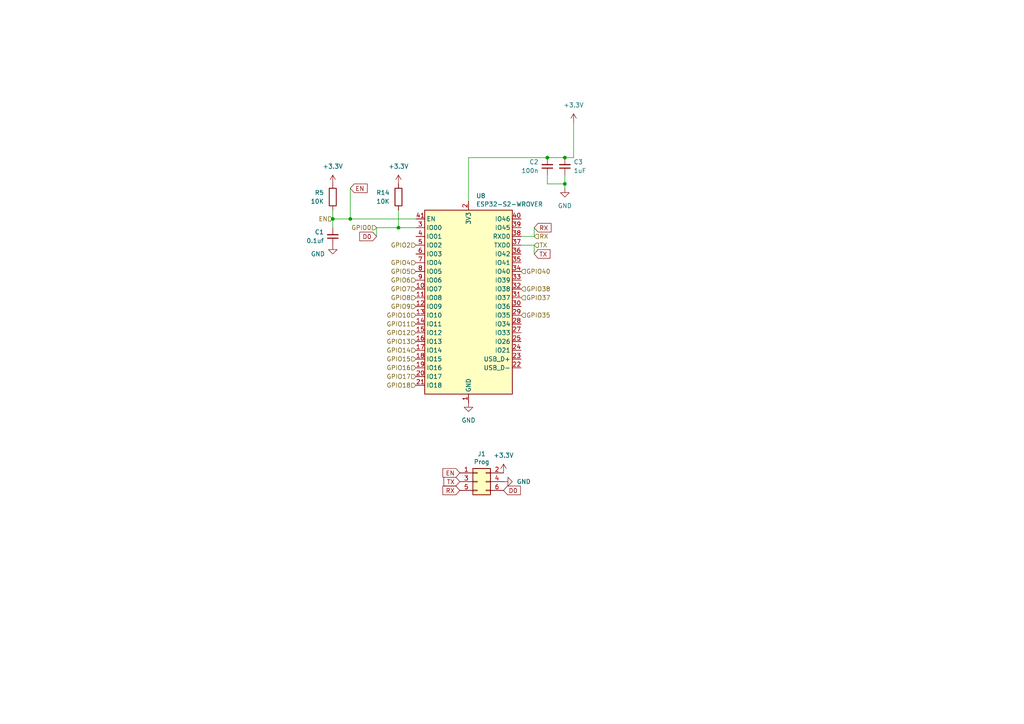
<source format=kicad_sch>
(kicad_sch (version 20231120) (generator "eeschema") (generator_version "8.0")
  (paper "A4")
  (lib_symbols
    (symbol "+3.3V_3" (power) (pin_names (offset 0))
      (property "Value" "+3.3V_3" (at 0 3.556 0))
      (symbol "+3.3V_3_0_1"
        (polyline (pts (xy -0.762 1.27) (xy 0 2.54)))
        (polyline (pts (xy 0 0) (xy 0 2.54)))
        (polyline (pts (xy 0 2.54) (xy 0.762 1.27)))
      )
      (symbol "+3.3V_3_1_1"
        (pin power_in line (at 0 0 90) (length 0) hide (name "+3.3V") (number "1"))
      )
    )
    (symbol "Connector_Generic:Conn_02x03_Odd_Even" (pin_names (offset 1.016) hide)
      (property "Reference" "J" (at 1.27 5.08 0))
      (property "Value" "Conn_02x03_Odd_Even" (at 1.27 -5.08 0))
      (symbol "Conn_02x03_Odd_Even_1_1"
        (rectangle (start -1.27 -2.413) (end 0 -2.667) (stroke (width 0.1524)))
        (rectangle (start -1.27 0.127) (end 0 -0.127) (stroke (width 0.1524)))
        (rectangle (start -1.27 2.667) (end 0 2.413) (stroke (width 0.1524)))
        (rectangle (start -1.27 3.81) (end 3.81 -3.81) (stroke (width 0.254)) (fill (type background)))
        (rectangle (start 3.81 -2.413) (end 2.54 -2.667) (stroke (width 0.1524)))
        (rectangle (start 3.81 0.127) (end 2.54 -0.127) (stroke (width 0.1524)))
        (rectangle (start 3.81 2.667) (end 2.54 2.413) (stroke (width 0.1524)))
        (pin passive line (at -5.08 2.54 0) (length 3.81) (name "Pin_1") (number "1"))
        (pin passive line (at 7.62 2.54 180) (length 3.81) (name "Pin_2") (number "2"))
        (pin passive line (at -5.08 0 0) (length 3.81) (name "Pin_3") (number "3"))
        (pin passive line (at 7.62 0 180) (length 3.81) (name "Pin_4") (number "4"))
        (pin passive line (at -5.08 -2.54 0) (length 3.81) (name "Pin_5") (number "5"))
        (pin passive line (at 7.62 -2.54 180) (length 3.81) (name "Pin_6") (number "6"))
      )
    )
    (symbol "Device:C_Small" (pin_numbers hide) (pin_names (offset 0.254) hide)
      (property "Reference" "C" (at 0.254 1.778 0))
      (property "Value" "C_Small" (at 0.254 -2.032 0))
      (symbol "C_Small_0_1"
        (polyline (pts (xy -1.524 -0.508) (xy 1.524 -0.508)) (stroke (width 0.3302)))
        (polyline (pts (xy -1.524 0.508) (xy 1.524 0.508)) (stroke (width 0.3048)))
      )
      (symbol "C_Small_1_1"
        (pin passive line (at 0 2.54 270) (length 2.032) (name "~") (number "1"))
        (pin passive line (at 0 -2.54 90) (length 2.032) (name "~") (number "2"))
      )
    )
    (symbol "Device:R" (pin_numbers hide) (pin_names (offset 0))
      (property "Reference" "R" (at 2.032 0 90))
      (property "Value" "R" (at 0 0 90))
      (symbol "R_0_1"
        (rectangle (start -1.016 -2.54) (end 1.016 2.54) (stroke (width 0.254)))
      )
      (symbol "R_1_1"
        (pin passive line (at 0 3.81 270) (length 1.27) (name "~") (number "1"))
        (pin passive line (at 0 -3.81 90) (length 1.27) (name "~") (number "2"))
      )
    )
    (symbol "GND_22" (power) (pin_names (offset 0))
      (property "Value" "GND_22" (at 0 -3.81 0))
      (symbol "GND_22_0_1"
        (polyline (pts (xy 0 0) (xy 0 -1.27) (xy 1.27 -1.27) (xy 0 -2.54) (xy -1.27 -1.27) (xy 0 -1.27)))
      )
      (symbol "GND_22_1_1"
        (pin power_in line (at 0 0 270) (length 0) hide (name "GND") (number "1"))
      )
    )
    (symbol "RF_Module:ESP32-S2-WROVER"
      (property "Reference" "U" (at -12.7 29.21 0))
      (property "Value" "ESP32-S2-WROVER" (at 2.54 29.21 0))
      (symbol "ESP32-S2-WROVER_0_1"
        (rectangle (start -12.7 27.94) (end 12.7 -25.4) (stroke (width 0.254)) (fill (type background)))
      )
      (symbol "ESP32-S2-WROVER_1_1"
        (pin power_in line (at 0 -27.94 90) (length 2.54) (name "GND") (number "1"))
        (pin bidirectional line (at -15.24 5.08 0) (length 2.54) (name "IO07") (number "10"))
        (pin bidirectional line (at -15.24 2.54 0) (length 2.54) (name "IO08") (number "11"))
        (pin bidirectional line (at -15.24 0 0) (length 2.54) (name "IO09") (number "12"))
        (pin bidirectional line (at -15.24 -2.54 0) (length 2.54) (name "IO10") (number "13"))
        (pin bidirectional line (at -15.24 -5.08 0) (length 2.54) (name "IO11") (number "14"))
        (pin bidirectional line (at -15.24 -7.62 0) (length 2.54) (name "IO12") (number "15"))
        (pin bidirectional line (at -15.24 -10.16 0) (length 2.54) (name "IO13") (number "16"))
        (pin bidirectional line (at -15.24 -12.7 0) (length 2.54) (name "IO14") (number "17"))
        (pin bidirectional line (at -15.24 -15.24 0) (length 2.54) (name "IO15") (number "18"))
        (pin bidirectional line (at -15.24 -17.78 0) (length 2.54) (name "IO16") (number "19"))
        (pin power_in line (at 0 30.48 270) (length 2.54) (name "3V3") (number "2"))
        (pin bidirectional line (at -15.24 -20.32 0) (length 2.54) (name "IO17") (number "20"))
        (pin bidirectional line (at -15.24 -22.86 0) (length 2.54) (name "IO18") (number "21"))
        (pin bidirectional line (at 15.24 -17.78 180) (length 2.54) (name "USB_D-") (number "22"))
        (pin bidirectional line (at 15.24 -15.24 180) (length 2.54) (name "USB_D+") (number "23"))
        (pin bidirectional line (at 15.24 -12.7 180) (length 2.54) (name "IO21") (number "24"))
        (pin bidirectional line (at 15.24 -10.16 180) (length 2.54) (name "IO26") (number "25"))
        (pin passive line (at 0 -27.94 90) (length 2.54) hide (name "GND") (number "26"))
        (pin bidirectional line (at 15.24 -7.62 180) (length 2.54) (name "IO33") (number "27"))
        (pin bidirectional line (at 15.24 -5.08 180) (length 2.54) (name "IO34") (number "28"))
        (pin bidirectional line (at 15.24 -2.54 180) (length 2.54) (name "IO35") (number "29"))
        (pin bidirectional line (at -15.24 22.86 0) (length 2.54) (name "IO00") (number "3"))
        (pin bidirectional line (at 15.24 0 180) (length 2.54) (name "IO36") (number "30"))
        (pin bidirectional line (at 15.24 2.54 180) (length 2.54) (name "IO37") (number "31"))
        (pin bidirectional line (at 15.24 5.08 180) (length 2.54) (name "IO38") (number "32"))
        (pin bidirectional line (at 15.24 7.62 180) (length 2.54) (name "IO39") (number "33"))
        (pin bidirectional line (at 15.24 10.16 180) (length 2.54) (name "IO40") (number "34"))
        (pin bidirectional line (at 15.24 12.7 180) (length 2.54) (name "IO41") (number "35"))
        (pin bidirectional line (at 15.24 15.24 180) (length 2.54) (name "IO42") (number "36"))
        (pin bidirectional line (at 15.24 17.78 180) (length 2.54) (name "TXD0") (number "37"))
        (pin bidirectional line (at 15.24 20.32 180) (length 2.54) (name "RXD0") (number "38"))
        (pin bidirectional line (at 15.24 22.86 180) (length 2.54) (name "IO45") (number "39"))
        (pin bidirectional line (at -15.24 20.32 0) (length 2.54) (name "IO01") (number "4"))
        (pin input line (at 15.24 25.4 180) (length 2.54) (name "IO46") (number "40"))
        (pin input line (at -15.24 25.4 0) (length 2.54) (name "EN") (number "41"))
        (pin passive line (at 0 -27.94 90) (length 2.54) hide (name "GND") (number "42"))
        (pin passive line (at 0 -27.94 90) (length 2.54) hide (name "GND") (number "43"))
        (pin bidirectional line (at -15.24 17.78 0) (length 2.54) (name "IO02") (number "5"))
        (pin bidirectional line (at -15.24 15.24 0) (length 2.54) (name "IO03") (number "6"))
        (pin bidirectional line (at -15.24 12.7 0) (length 2.54) (name "IO04") (number "7"))
        (pin bidirectional line (at -15.24 10.16 0) (length 2.54) (name "IO05") (number "8"))
        (pin bidirectional line (at -15.24 7.62 0) (length 2.54) (name "IO06") (number "9"))
      )
    )
  )
  (junction (at 163.83 53.34))
  (junction (at 115.57 66.04))
  (junction (at 101.6 63.5))
  (junction (at 163.83 45.72))
  (junction (at 158.75 45.72))
  (junction (at 96.52 63.5))
  (wire (pts (xy 101.6 54.61) (xy 101.6 63.5)))
  (wire (pts (xy 158.75 45.72) (xy 163.83 45.72)))
  (wire (pts (xy 158.75 50.8) (xy 158.75 53.34)))
  (wire (pts (xy 166.37 45.72) (xy 163.83 45.72)))
  (wire (pts (xy 154.94 66.04) (xy 154.94 68.58)))
  (wire (pts (xy 96.52 66.04) (xy 96.52 63.5)))
  (wire (pts (xy 166.37 35.56) (xy 166.37 45.72)))
  (wire (pts (xy 96.52 60.96) (xy 96.52 63.5)))
  (wire (pts (xy 135.89 45.72) (xy 158.75 45.72)))
  (wire (pts (xy 109.22 66.04) (xy 115.57 66.04)))
  (wire (pts (xy 163.83 50.8) (xy 163.83 53.34)))
  (wire (pts (xy 101.6 63.5) (xy 120.65 63.5)))
  (wire (pts (xy 154.94 71.12) (xy 154.94 73.66)))
  (wire (pts (xy 109.22 66.04) (xy 109.22 68.58)))
  (wire (pts (xy 154.94 68.58) (xy 151.13 68.58)))
  (wire (pts (xy 115.57 60.96) (xy 115.57 66.04)))
  (wire (pts (xy 154.94 71.12) (xy 151.13 71.12)))
  (wire (pts (xy 163.83 53.34) (xy 163.83 54.61)))
  (wire (pts (xy 135.89 45.72) (xy 135.89 58.42)))
  (wire (pts (xy 158.75 53.34) (xy 163.83 53.34)))
  (wire (pts (xy 115.57 66.04) (xy 120.65 66.04)))
  (wire (pts (xy 96.52 63.5) (xy 101.6 63.5)))
  (global_label "EN" (shape input) (at 101.6 54.61 0) (property "Intersheetrefs" "${INTERSHEET_REFS}" (effects (hide yes))))
  (global_label "RX" (shape input) (at 133.35 142.24 180) (property "Intersheetrefs" "${INTERSHEET_REFS}" (effects (hide yes))))
  (global_label "EN" (shape input) (at 133.35 137.16 180) (property "Intersheetrefs" "${INTERSHEET_REFS}" (effects (hide yes))))
  (global_label "D0" (shape input) (at 109.22 68.58 180) (property "Intersheetrefs" "${INTERSHEET_REFS}" (effects (hide yes))))
  (global_label "TX" (shape input) (at 154.94 73.66 0) (property "Intersheetrefs" "${INTERSHEET_REFS}" (effects (hide yes))))
  (global_label "TX" (shape input) (at 133.35 139.7 180) (property "Intersheetrefs" "${INTERSHEET_REFS}" (effects (hide yes))))
  (global_label "D0" (shape input) (at 146.05 142.24 0) (property "Intersheetrefs" "${INTERSHEET_REFS}" (effects (hide yes))))
  (global_label "RX" (shape input) (at 154.94 66.04 0) (property "Intersheetrefs" "${INTERSHEET_REFS}" (effects (hide yes))))
  (hierarchical_label "GPIO2" (shape input) (at 120.65 71.12 180))
  (hierarchical_label "GPIO35" (shape input) (at 151.13 91.44 0))
  (hierarchical_label "GPIO8" (shape input) (at 120.65 86.36 180))
  (hierarchical_label "GPIO11" (shape input) (at 120.65 93.98 180))
  (hierarchical_label "GPIO6" (shape input) (at 120.65 81.28 180))
  (hierarchical_label "TX" (shape input) (at 154.94 71.12 0))
  (hierarchical_label "GPIO18" (shape input) (at 120.65 111.76 180))
  (hierarchical_label "GPIO13" (shape input) (at 120.65 99.06 180))
  (hierarchical_label "GPIO9" (shape input) (at 120.65 88.9 180))
  (hierarchical_label "GPIO17" (shape input) (at 120.65 109.22 180))
  (hierarchical_label "GPIO10" (shape input) (at 120.65 91.44 180))
  (hierarchical_label "GPIO5" (shape input) (at 120.65 78.74 180))
  (hierarchical_label "GPIO4" (shape input) (at 120.65 76.2 180))
  (hierarchical_label "RX" (shape input) (at 154.94 68.58 0))
  (hierarchical_label "GPIO15" (shape input) (at 120.65 104.14 180))
  (hierarchical_label "GPIO14" (shape input) (at 120.65 101.6 180))
  (hierarchical_label "GPIO38" (shape input) (at 151.13 83.82 0))
  (hierarchical_label "EN" (shape input) (at 96.52 63.5 180))
  (hierarchical_label "GPIO16" (shape input) (at 120.65 106.68 180))
  (hierarchical_label "GPIO0" (shape input) (at 109.22 66.04 180))
  (hierarchical_label "GPIO12" (shape input) (at 120.65 96.52 180))
  (hierarchical_label "GPIO40" (shape input) (at 151.13 78.74 0))
  (hierarchical_label "GPIO7" (shape input) (at 120.65 83.82 180))
  (hierarchical_label "GPIO37" (shape input) (at 151.13 86.36 0))
  (symbol (lib_id "Device:R") (at 96.52 57.15 0) (mirror y) (unit 1)
    (property "Reference" "R5" (at 93.98 55.8799 0) (effects (justify left)))
    (property "Value" "10K" (at 93.98 58.4199 0) (effects (justify left)))
    (property "Footprint" "Resistor_SMD:R_0603_1608Metric" (effects (hide yes)))
    (property "LINK" "https://www.digikey.com/en/products/detail/stackpole-electronics-inc/RMCF0805JT10K0/1757762" (effects (hide yes)))
  )
  (symbol (lib_id "RF_Module:ESP32-S2-WROVER") (at 135.89 88.9 0) (unit 1)
    (property "Reference" "U8" (at 138.0841 56.8155 0) (effects (justify left)))
    (property "Value" "ESP32-S2-WROVER" (at 138.0841 59.2398 0) (effects (justify left)))
    (property "Footprint" "RF_Module:ESP32-S2-WROVER" (effects (hide yes)))
    (property "Datasheet" "https://www.espressif.com/sites/default/files/documentation/esp32-s2-wroom_esp32-s2-wroom-i_datasheet_en.pdf" (effects (hide yes)))
    (property "Description" "RF Module, ESP32-D0WDQ6 SoC, Wi-Fi 802.11b/g/n, 32-bit, 2.7-3.6V, onboard antenna, SMD" (effects (hide yes)))
  )
  (symbol (lib_id "Device:C_Small") (at 163.83 48.26 180) (unit 1)
    (property "Reference" "C3" (at 166.37 46.9836 0) (effects (justify right)))
    (property "Value" "1uF" (at 166.37 49.5236 0) (effects (justify right)))
    (property "Footprint" "Capacitor_SMD:C_0603_1608Metric" (effects (hide yes)))
    (property "LINK" "https://www.digikey.com/en/products/detail/samsung-electro-mechanics/CL21B104KBCNNNC/3886661" (effects (hide yes)))
  )
  (symbol (lib_name "GND_22") (lib_id "power:GND") (at 163.83 54.61 0) (unit 1)
    (property "Reference" "#PWR032" (effects (hide yes)))
    (property "Value" "GND" (at 163.83 59.69 0))
  )
  (symbol (lib_id "Device:R") (at 115.57 57.15 0) (mirror y) (unit 1)
    (property "Reference" "R14" (at 113.03 55.8799 0) (effects (justify left)))
    (property "Value" "10K" (at 113.03 58.4199 0) (effects (justify left)))
    (property "Footprint" "Resistor_SMD:R_0603_1608Metric" (effects (hide yes)))
    (property "LINK" "https://www.digikey.com/en/products/detail/stackpole-electronics-inc/RMCF0805JT10K0/1757762" (effects (hide yes)))
  )
  (symbol (lib_name "GND_22") (lib_id "power:GND") (at 135.89 116.84 0) (unit 1)
    (property "Reference" "#PWR029" (effects (hide yes)))
    (property "Value" "GND" (at 135.89 121.92 0))
  )
  (symbol (lib_name "GND_22") (lib_id "power:GND") (at 146.05 139.7 90) (unit 1)
    (property "Reference" "#PWR039" (effects (hide yes)))
    (property "Value" "GND" (at 149.86 139.6999 90) (effects (justify right)))
  )
  (symbol (lib_name "+3.3V_3") (lib_id "power:+3.3V") (at 166.37 35.56 0) (unit 1)
    (property "Reference" "#PWR033" (effects (hide yes)))
    (property "Value" "+3.3V" (at 166.37 30.48 0))
  )
  (symbol (lib_name "+3.3V_3") (lib_id "power:+3.3V") (at 115.57 53.34 0) (unit 1)
    (property "Reference" "#PWR01" (effects (hide yes)))
    (property "Value" "+3.3V" (at 115.57 48.26 0))
  )
  (symbol (lib_name "GND_22") (lib_id "power:GND") (at 96.52 71.12 0) (unit 1)
    (property "Reference" "#PWR011" (effects (hide yes)))
    (property "Value" "GND" (at 92.202 73.66 0))
  )
  (symbol (lib_id "Device:C_Small") (at 96.52 68.58 0) (mirror x) (unit 1)
    (property "Reference" "C1" (at 93.98 67.3036 0) (effects (justify right)))
    (property "Value" "0.1uf" (at 93.98 69.8436 0) (effects (justify right)))
    (property "Footprint" "Capacitor_SMD:C_0603_1608Metric" (effects (hide yes)))
    (property "LINK" "https://www.digikey.com/en/products/detail/samsung-electro-mechanics/CL21B104KBCNNNC/3886661" (effects (hide yes)))
  )
  (symbol (lib_id "Connector_Generic:Conn_02x03_Odd_Even") (at 138.43 139.7 0) (unit 1)
    (property "Reference" "J1" (at 139.7 131.6482 0))
    (property "Value" "Prog" (at 139.7 133.9596 0))
    (property "Footprint" "Connector_PinHeader_1.27mm:PinHeader_2x03_P1.27mm_Vertical_SMD" (effects (hide yes)))
  )
  (symbol (lib_name "+3.3V_3") (lib_id "power:+3.3V") (at 96.52 53.34 0) (unit 1)
    (property "Reference" "#PWR010" (effects (hide yes)))
    (property "Value" "+3.3V" (at 96.52 48.26 0))
  )
  (symbol (lib_name "+3.3V_3") (lib_id "power:+3.3V") (at 146.05 137.16 0) (unit 1)
    (property "Reference" "#PWR035" (effects (hide yes)))
    (property "Value" "+3.3V" (at 146.05 132.08 0))
  )
  (symbol (lib_id "Device:C_Small") (at 158.75 48.26 0) (mirror x) (unit 1)
    (property "Reference" "C2" (at 156.21 46.9836 0) (effects (justify right)))
    (property "Value" "100n" (at 156.21 49.5236 0) (effects (justify right)))
    (property "Footprint" "Capacitor_SMD:C_0603_1608Metric" (effects (hide yes)))
    (property "LINK" "https://www.digikey.com/en/products/detail/samsung-electro-mechanics/CL21B104KBCNNNC/3886661" (effects (hide yes)))
  )
)
</source>
